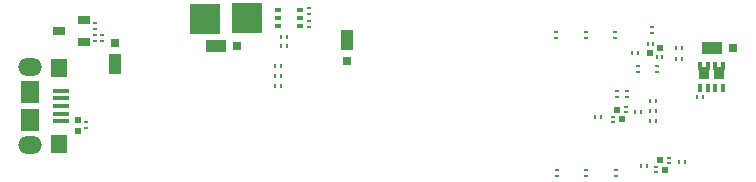
<source format=gbp>
G04 Layer_Color=128*
%FSLAX44Y44*%
%MOMM*%
G71*
G01*
G75*
%ADD94R,0.2819X0.4320*%
%ADD95R,0.2220X0.4020*%
%ADD96R,0.5020X0.5020*%
%ADD97R,0.3520X0.2519*%
%ADD98R,0.2519X0.3520*%
%ADD120R,0.4320X0.2819*%
%ADD121R,1.1020X1.8020*%
%ADD122R,0.8020X0.8020*%
%ADD123R,0.5520X0.6020*%
%ADD176O,2.0000X1.5000*%
%ADD177R,1.8020X1.1020*%
%ADD178R,0.8020X0.8020*%
%ADD179R,0.6020X0.4220*%
%ADD180R,1.0180X0.7640*%
%ADD181R,2.5020X2.5020*%
%ADD182R,1.4020X1.6020*%
%ADD183R,1.5520X1.9020*%
%ADD184R,1.3520X0.4020*%
%ADD185R,0.9470X1.0020*%
%ADD186R,0.9490X1.0020*%
%ADD187R,0.3020X0.7020*%
%ADD188R,0.4020X0.2220*%
%ADD189R,0.5020X0.5020*%
D94*
X588250Y99750D02*
D03*
X583150D02*
D03*
X236050Y143000D02*
D03*
X230950D02*
D03*
Y150500D02*
D03*
X236050D02*
D03*
X548904Y96774D02*
D03*
X543804D02*
D03*
Y87884D02*
D03*
X548904D02*
D03*
X231000Y126000D02*
D03*
X225900D02*
D03*
X225849Y117500D02*
D03*
X230950D02*
D03*
X565140Y132080D02*
D03*
X570240D02*
D03*
X533410Y137160D02*
D03*
X528310D02*
D03*
X565140Y141224D02*
D03*
X570240D02*
D03*
X535676Y41402D02*
D03*
X540776D02*
D03*
X573542Y44704D02*
D03*
X568442D02*
D03*
X497380Y83312D02*
D03*
X502480D02*
D03*
X535950Y87376D02*
D03*
X530850D02*
D03*
D95*
X549789Y133894D02*
D03*
X553847D02*
D03*
X545797Y144794D02*
D03*
X541752D02*
D03*
D96*
X552020Y141272D02*
D03*
X543720Y137115D02*
D03*
D97*
X66000Y78659D02*
D03*
Y73660D02*
D03*
X74000Y158001D02*
D03*
Y162999D02*
D03*
Y152750D02*
D03*
Y147751D02*
D03*
X79500Y147751D02*
D03*
Y152750D02*
D03*
D98*
X548853Y80010D02*
D03*
X543855D02*
D03*
X231000Y109750D02*
D03*
X226001D02*
D03*
D120*
X464058Y155458D02*
D03*
Y150358D02*
D03*
X255000Y159000D02*
D03*
Y164100D02*
D03*
Y175100D02*
D03*
Y170000D02*
D03*
X533654Y126248D02*
D03*
Y121148D02*
D03*
X515366Y100320D02*
D03*
Y105420D02*
D03*
X514500Y38350D02*
D03*
Y33250D02*
D03*
X489500Y38350D02*
D03*
Y33250D02*
D03*
X464500Y38350D02*
D03*
Y33250D02*
D03*
X523750Y100200D02*
D03*
Y105300D02*
D03*
X489458Y150358D02*
D03*
Y155458D02*
D03*
X514096Y150358D02*
D03*
Y155458D02*
D03*
X545592Y159268D02*
D03*
Y154168D02*
D03*
X549656Y121148D02*
D03*
Y126248D02*
D03*
D121*
X90250Y128250D02*
D03*
X287000Y148500D02*
D03*
D122*
X90250Y146250D02*
D03*
X287000Y130500D02*
D03*
D123*
X59000Y71000D02*
D03*
Y81000D02*
D03*
D176*
X18462Y125456D02*
D03*
Y59456D02*
D03*
D177*
X176250Y143250D02*
D03*
X596077Y141750D02*
D03*
D178*
X194250Y143250D02*
D03*
X614077Y141750D02*
D03*
D179*
X228250Y173500D02*
D03*
Y160500D02*
D03*
Y167000D02*
D03*
X247250Y173500D02*
D03*
Y167000D02*
D03*
Y160500D02*
D03*
D180*
X64516Y165608D02*
D03*
Y146608D02*
D03*
X43516Y156108D02*
D03*
D181*
X166624Y166370D02*
D03*
X202692Y166624D02*
D03*
D182*
X42962Y60456D02*
D03*
Y124456D02*
D03*
D183*
X18462Y104456D02*
D03*
Y80456D02*
D03*
D184*
X45212Y105456D02*
D03*
Y98956D02*
D03*
Y79456D02*
D03*
Y85956D02*
D03*
Y92456D02*
D03*
D185*
X589290Y120750D02*
D03*
D186*
X602250Y120750D02*
D03*
D187*
X605480Y107790D02*
D03*
X599003D02*
D03*
X586026D02*
D03*
X592526D02*
D03*
Y126205D02*
D03*
X586026D02*
D03*
X599003D02*
D03*
X605480D02*
D03*
D188*
X522950Y87254D02*
D03*
Y91313D02*
D03*
X512050Y83263D02*
D03*
Y79218D02*
D03*
X548930Y40507D02*
D03*
Y36449D02*
D03*
X559830Y44500D02*
D03*
Y48544D02*
D03*
D189*
X515572Y89486D02*
D03*
X519729Y81186D02*
D03*
X556308Y38276D02*
D03*
X552151Y46576D02*
D03*
M02*

</source>
